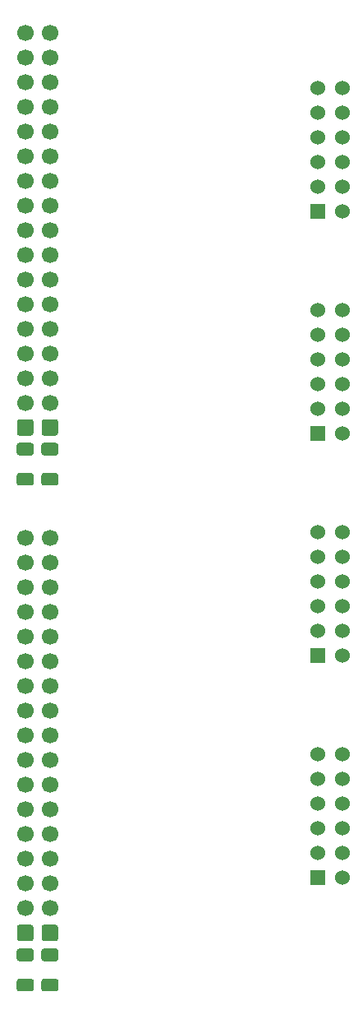
<source format=gbr>
%TF.GenerationSoftware,KiCad,Pcbnew,9.0.0-9.0.0-2~ubuntu24.04.1*%
%TF.CreationDate,2025-03-20T00:33:01-04:00*%
%TF.ProjectId,LVDS-PMOD,4c564453-2d50-44d4-9f44-2e6b69636164,1*%
%TF.SameCoordinates,Original*%
%TF.FileFunction,Soldermask,Bot*%
%TF.FilePolarity,Negative*%
%FSLAX46Y46*%
G04 Gerber Fmt 4.6, Leading zero omitted, Abs format (unit mm)*
G04 Created by KiCad (PCBNEW 9.0.0-9.0.0-2~ubuntu24.04.1) date 2025-03-20 00:33:01*
%MOMM*%
%LPD*%
G01*
G04 APERTURE LIST*
%ADD10C,1.700000*%
%ADD11C,1.524000*%
%ADD12R,1.524000X1.524000*%
G04 APERTURE END LIST*
%TO.C,R4*%
G36*
G01*
X39984500Y-138049000D02*
X41234500Y-138049000D01*
G75*
G02*
X41484500Y-138299000I0J-250000D01*
G01*
X41484500Y-139099000D01*
G75*
G02*
X41234500Y-139349000I-250000J0D01*
G01*
X39984500Y-139349000D01*
G75*
G02*
X39734500Y-139099000I0J250000D01*
G01*
X39734500Y-138299000D01*
G75*
G02*
X39984500Y-138049000I250000J0D01*
G01*
G37*
G36*
G01*
X39984500Y-134949000D02*
X41234500Y-134949000D01*
G75*
G02*
X41484500Y-135199000I0J-250000D01*
G01*
X41484500Y-135999000D01*
G75*
G02*
X41234500Y-136249000I-250000J0D01*
G01*
X39984500Y-136249000D01*
G75*
G02*
X39734500Y-135999000I0J250000D01*
G01*
X39734500Y-135199000D01*
G75*
G02*
X39984500Y-134949000I250000J0D01*
G01*
G37*
%TD*%
D10*
%TO.C,J2*%
X40609500Y-92709000D03*
X40609500Y-95249000D03*
X40609500Y-97789000D03*
X40609500Y-100329000D03*
X40609500Y-102869000D03*
X40609500Y-105409000D03*
X40609500Y-107949000D03*
X40609500Y-110489000D03*
X40609500Y-113029000D03*
X40609500Y-115569000D03*
X40609500Y-118109000D03*
X40609500Y-120649000D03*
X40609500Y-123189000D03*
X40609500Y-125729000D03*
X40609500Y-128269000D03*
X40609500Y-130809000D03*
G36*
G01*
X39759500Y-133949000D02*
X39759500Y-132749000D01*
G75*
G02*
X40009500Y-132499000I250000J0D01*
G01*
X41209500Y-132499000D01*
G75*
G02*
X41459500Y-132749000I0J-250000D01*
G01*
X41459500Y-133949000D01*
G75*
G02*
X41209500Y-134199000I-250000J0D01*
G01*
X40009500Y-134199000D01*
G75*
G02*
X39759500Y-133949000I0J250000D01*
G01*
G37*
G36*
G01*
X37219500Y-133949000D02*
X37219500Y-132749000D01*
G75*
G02*
X37469500Y-132499000I250000J0D01*
G01*
X38669500Y-132499000D01*
G75*
G02*
X38919500Y-132749000I0J-250000D01*
G01*
X38919500Y-133949000D01*
G75*
G02*
X38669500Y-134199000I-250000J0D01*
G01*
X37469500Y-134199000D01*
G75*
G02*
X37219500Y-133949000I0J250000D01*
G01*
G37*
X38069500Y-130809000D03*
X38069500Y-128269000D03*
X38069500Y-125729000D03*
X38069500Y-123189000D03*
X38069500Y-120649000D03*
X38069500Y-118109000D03*
X38069500Y-115569000D03*
X38069500Y-113029000D03*
X38069500Y-110489000D03*
X38069500Y-107949000D03*
X38069500Y-105409000D03*
X38069500Y-102869000D03*
X38069500Y-100329000D03*
X38069500Y-97789000D03*
X38069500Y-95249000D03*
X38069500Y-92709000D03*
%TD*%
%TO.C,R3*%
G36*
G01*
X37444500Y-138049000D02*
X38694500Y-138049000D01*
G75*
G02*
X38944500Y-138299000I0J-250000D01*
G01*
X38944500Y-139099000D01*
G75*
G02*
X38694500Y-139349000I-250000J0D01*
G01*
X37444500Y-139349000D01*
G75*
G02*
X37194500Y-139099000I0J250000D01*
G01*
X37194500Y-138299000D01*
G75*
G02*
X37444500Y-138049000I250000J0D01*
G01*
G37*
G36*
G01*
X37444500Y-134949000D02*
X38694500Y-134949000D01*
G75*
G02*
X38944500Y-135199000I0J-250000D01*
G01*
X38944500Y-135999000D01*
G75*
G02*
X38694500Y-136249000I-250000J0D01*
G01*
X37444500Y-136249000D01*
G75*
G02*
X37194500Y-135999000I0J250000D01*
G01*
X37194500Y-135199000D01*
G75*
G02*
X37444500Y-134949000I250000J0D01*
G01*
G37*
%TD*%
%TO.C,J1*%
X38069500Y-40650000D03*
X38069500Y-43190000D03*
X38069500Y-45730000D03*
X38069500Y-48270000D03*
X38069500Y-50810000D03*
X38069500Y-53350000D03*
X38069500Y-55890000D03*
X38069500Y-58430000D03*
X38069500Y-60970000D03*
X38069500Y-63510000D03*
X38069500Y-66050000D03*
X38069500Y-68590000D03*
X38069500Y-71130000D03*
X38069500Y-73670000D03*
X38069500Y-76210000D03*
X38069500Y-78750000D03*
G36*
G01*
X37219500Y-81890000D02*
X37219500Y-80690000D01*
G75*
G02*
X37469500Y-80440000I250000J0D01*
G01*
X38669500Y-80440000D01*
G75*
G02*
X38919500Y-80690000I0J-250000D01*
G01*
X38919500Y-81890000D01*
G75*
G02*
X38669500Y-82140000I-250000J0D01*
G01*
X37469500Y-82140000D01*
G75*
G02*
X37219500Y-81890000I0J250000D01*
G01*
G37*
G36*
G01*
X39759500Y-81890000D02*
X39759500Y-80690000D01*
G75*
G02*
X40009500Y-80440000I250000J0D01*
G01*
X41209500Y-80440000D01*
G75*
G02*
X41459500Y-80690000I0J-250000D01*
G01*
X41459500Y-81890000D01*
G75*
G02*
X41209500Y-82140000I-250000J0D01*
G01*
X40009500Y-82140000D01*
G75*
G02*
X39759500Y-81890000I0J250000D01*
G01*
G37*
X40609500Y-78750000D03*
X40609500Y-76210000D03*
X40609500Y-73670000D03*
X40609500Y-71130000D03*
X40609500Y-68590000D03*
X40609500Y-66050000D03*
X40609500Y-63510000D03*
X40609500Y-60970000D03*
X40609500Y-58430000D03*
X40609500Y-55890000D03*
X40609500Y-53350000D03*
X40609500Y-50810000D03*
X40609500Y-48270000D03*
X40609500Y-45730000D03*
X40609500Y-43190000D03*
X40609500Y-40650000D03*
%TD*%
%TO.C,R1*%
G36*
G01*
X37444500Y-85990000D02*
X38694500Y-85990000D01*
G75*
G02*
X38944500Y-86240000I0J-250000D01*
G01*
X38944500Y-87040000D01*
G75*
G02*
X38694500Y-87290000I-250000J0D01*
G01*
X37444500Y-87290000D01*
G75*
G02*
X37194500Y-87040000I0J250000D01*
G01*
X37194500Y-86240000D01*
G75*
G02*
X37444500Y-85990000I250000J0D01*
G01*
G37*
G36*
G01*
X37444500Y-82890000D02*
X38694500Y-82890000D01*
G75*
G02*
X38944500Y-83140000I0J-250000D01*
G01*
X38944500Y-83940000D01*
G75*
G02*
X38694500Y-84190000I-250000J0D01*
G01*
X37444500Y-84190000D01*
G75*
G02*
X37194500Y-83940000I0J250000D01*
G01*
X37194500Y-83140000D01*
G75*
G02*
X37444500Y-82890000I250000J0D01*
G01*
G37*
%TD*%
D11*
%TO.C,PMOD1*%
X70772000Y-46355000D03*
X70772000Y-48895000D03*
X70772000Y-51435000D03*
X70772000Y-53975000D03*
X70772000Y-56515000D03*
X70772000Y-59055000D03*
X68232000Y-46355000D03*
X68232000Y-48895000D03*
X68232000Y-51435000D03*
X68232000Y-53975000D03*
X68232000Y-56515000D03*
D12*
X68232000Y-59055000D03*
%TD*%
D11*
%TO.C,PMOD2*%
X70772000Y-69215000D03*
X70772000Y-71755000D03*
X70772000Y-74295000D03*
X70772000Y-76835000D03*
X70772000Y-79375000D03*
X70772000Y-81915000D03*
X68232000Y-69215000D03*
X68232000Y-71755000D03*
X68232000Y-74295000D03*
X68232000Y-76835000D03*
X68232000Y-79375000D03*
D12*
X68232000Y-81915000D03*
%TD*%
%TO.C,PMOD3*%
X68232000Y-104775000D03*
D11*
X68232000Y-102235000D03*
X68232000Y-99695000D03*
X68232000Y-97155000D03*
X68232000Y-94615000D03*
X68232000Y-92075000D03*
X70772000Y-104775000D03*
X70772000Y-102235000D03*
X70772000Y-99695000D03*
X70772000Y-97155000D03*
X70772000Y-94615000D03*
X70772000Y-92075000D03*
%TD*%
D12*
%TO.C,PMOD4*%
X68232000Y-127635000D03*
D11*
X68232000Y-125095000D03*
X68232000Y-122555000D03*
X68232000Y-120015000D03*
X68232000Y-117475000D03*
X68232000Y-114935000D03*
X70772000Y-127635000D03*
X70772000Y-125095000D03*
X70772000Y-122555000D03*
X70772000Y-120015000D03*
X70772000Y-117475000D03*
X70772000Y-114935000D03*
%TD*%
%TO.C,R2*%
G36*
G01*
X39984500Y-82890000D02*
X41234500Y-82890000D01*
G75*
G02*
X41484500Y-83140000I0J-250000D01*
G01*
X41484500Y-83940000D01*
G75*
G02*
X41234500Y-84190000I-250000J0D01*
G01*
X39984500Y-84190000D01*
G75*
G02*
X39734500Y-83940000I0J250000D01*
G01*
X39734500Y-83140000D01*
G75*
G02*
X39984500Y-82890000I250000J0D01*
G01*
G37*
G36*
G01*
X39984500Y-85990000D02*
X41234500Y-85990000D01*
G75*
G02*
X41484500Y-86240000I0J-250000D01*
G01*
X41484500Y-87040000D01*
G75*
G02*
X41234500Y-87290000I-250000J0D01*
G01*
X39984500Y-87290000D01*
G75*
G02*
X39734500Y-87040000I0J250000D01*
G01*
X39734500Y-86240000D01*
G75*
G02*
X39984500Y-85990000I250000J0D01*
G01*
G37*
%TD*%
M02*

</source>
